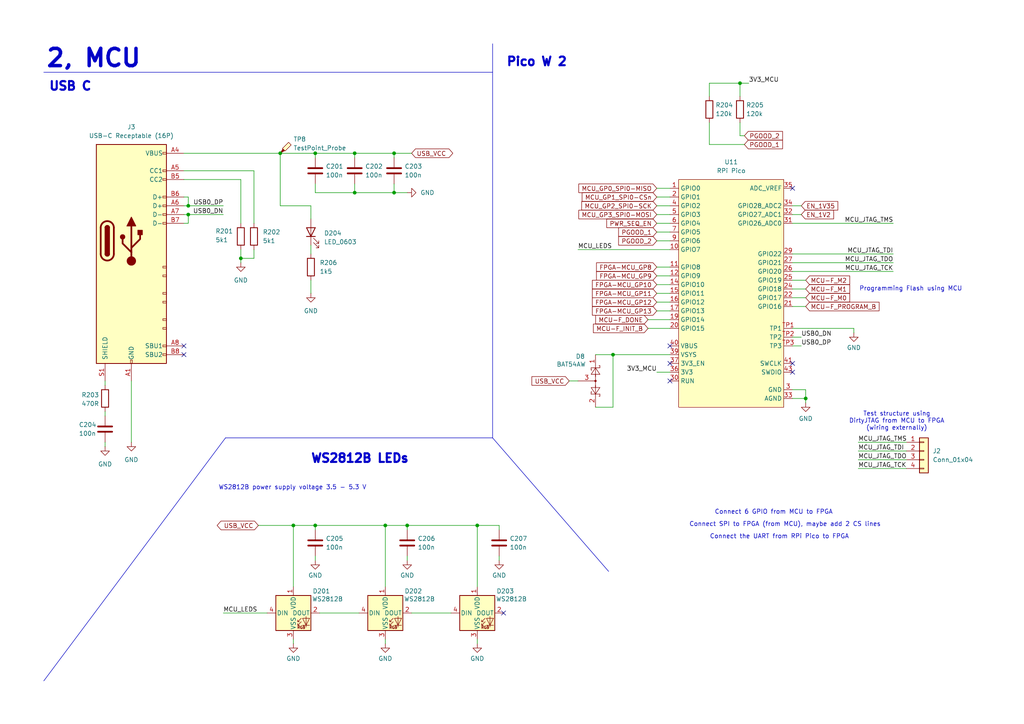
<source format=kicad_sch>
(kicad_sch (version 20250114) (generator "eeschema") (generator_version "9.0")
  (paper "A4")
  (lib_symbols
    (symbol "Connector:TestPoint_Probe" (pin_numbers (hide yes)) (pin_names (offset 0.762) (hide yes))
      (property "Reference" "TP" (at 1.651 5.842 0))
      (property "Value" "TestPoint_Probe" (at 1.651 4.064 0))
      (symbol "TestPoint_Probe_0_1"
        (polyline (pts (xy 1.27 0.762) (xy 0 0) (xy 0.762 1.27) (xy 1.27 0.762)) (fill (type outline)))
        (polyline (pts (xy 1.397 0.635) (xy 0.635 1.397) (xy 2.413 3.175) (xy 3.175 2.413) (xy 1.397 0.635)) (fill (type background)))
      )
      (symbol "TestPoint_Probe_1_1"
        (pin passive line (at 0 0 90) (length 0) (name "1") (number "1"))
      )
    )
    (symbol "Connector_Generic:Conn_01x04" (pin_names (offset 1.016) (hide yes))
      (property "Reference" "J" (at 0 5.08 0))
      (property "Value" "Conn_01x04" (at 0 -7.62 0))
      (symbol "Conn_01x04_1_1"
        (rectangle (start -1.27 3.81) (end 1.27 -6.35) (stroke (width 0.254)) (fill (type background)))
        (rectangle (start -1.27 2.667) (end 0 2.413) (stroke (width 0.1524)))
        (rectangle (start -1.27 0.127) (end 0 -0.127) (stroke (width 0.1524)))
        (rectangle (start -1.27 -2.413) (end 0 -2.667) (stroke (width 0.1524)))
        (rectangle (start -1.27 -4.953) (end 0 -5.207) (stroke (width 0.1524)))
        (pin passive line (at -5.08 2.54 0) (length 3.81) (name "Pin_1") (number "1"))
        (pin passive line (at -5.08 0 0) (length 3.81) (name "Pin_2") (number "2"))
        (pin passive line (at -5.08 -2.54 0) (length 3.81) (name "Pin_3") (number "3"))
        (pin passive line (at -5.08 -5.08 0) (length 3.81) (name "Pin_4") (number "4"))
      )
    )
    (symbol "Diode:BAT54AW" (pin_names (offset 1.016))
      (property "Reference" "D" (at 0.635 -3.81 0))
      (property "Value" "BAT54AW" (at -6.35 3.175 0))
      (symbol "BAT54AW_0_1"
        (polyline (pts (xy -4.445 1.27) (xy -4.445 1.016)))
        (polyline (pts (xy -3.81 1.27) (xy -4.445 1.27)))
        (polyline (pts (xy -3.81 0) (xy -1.27 0)))
        (polyline (pts (xy -3.81 -1.27) (xy -3.81 1.27)))
        (polyline (pts (xy -3.81 -1.27) (xy -3.175 -1.27)))
        (polyline (pts (xy -3.175 -1.27) (xy -3.175 -1.016)))
        (polyline (pts (xy -1.905 1.27) (xy -1.905 -1.27) (xy -3.81 0) (xy -1.905 1.27)))
        (polyline (pts (xy -1.905 0) (xy 1.905 0)))
        (circle (center 0 0) (radius 0.254) (fill (type outline)))
        (polyline (pts (xy 1.27 0) (xy 3.81 0)))
        (polyline (pts (xy 1.905 1.27) (xy 1.905 -1.27) (xy 3.81 0) (xy 1.905 1.27)))
        (polyline (pts (xy 3.175 -1.27) (xy 3.175 -1.016)))
        (polyline (pts (xy 3.81 1.27) (xy 4.445 1.27)))
        (polyline (pts (xy 3.81 -1.27) (xy 3.175 -1.27)))
        (polyline (pts (xy 3.81 -1.27) (xy 3.81 1.27)))
        (polyline (pts (xy 4.445 1.27) (xy 4.445 1.016)))
      )
      (symbol "BAT54AW_1_1"
        (pin passive line (at -7.62 0 0) (length 3.81) (name "~") (number "1"))
        (pin passive line (at 0 -5.08 90) (length 5.08) (name "~") (number "3"))
        (pin passive line (at 7.62 0 180) (length 3.81) (name "~") (number "2"))
      )
    )
    (symbol "LED:WS2812B" (pin_names (offset 0.254))
      (property "Reference" "D" (at 5.08 5.715 0))
      (property "Value" "WS2812B" (at 1.27 -5.715 0))
      (symbol "WS2812B_0_0"
        (text "RGB" (at 2.286 -4.191 0) (effects (font (size 0.762 0.762))))
      )
      (symbol "WS2812B_0_1"
        (polyline (pts (xy 1.27 -2.54) (xy 1.778 -2.54)))
        (polyline (pts (xy 1.27 -3.556) (xy 1.778 -3.556)))
        (polyline (pts (xy 2.286 -1.524) (xy 1.27 -2.54) (xy 1.27 -2.032)))
        (polyline (pts (xy 2.286 -2.54) (xy 1.27 -3.556) (xy 1.27 -3.048)))
        (polyline (pts (xy 3.683 -1.016) (xy 3.683 -3.556) (xy 3.683 -4.064)))
        (polyline (pts (xy 4.699 -1.524) (xy 2.667 -1.524) (xy 3.683 -3.556) (xy 4.699 -1.524)))
        (polyline (pts (xy 4.699 -3.556) (xy 2.667 -3.556)))
        (rectangle (start 5.08 5.08) (end -5.08 -5.08) (stroke (width 0.254)) (fill (type background)))
      )
      (symbol "WS2812B_1_1"
        (pin input line (at -7.62 0 0) (length 2.54) (name "DIN") (number "4"))
        (pin power_in line (at 0 7.62 270) (length 2.54) (name "VDD") (number "1"))
        (pin power_in line (at 0 -7.62 90) (length 2.54) (name "VSS") (number "3"))
        (pin output line (at 7.62 0 180) (length 2.54) (name "DOUT") (number "2"))
      )
    )
    (symbol "common_library:LED_0603" (pin_numbers (hide yes)) (pin_names (offset 1.016) (hide yes))
      (property "Reference" "D" (at 0 2.54 0))
      (property "Value" "LED_0603" (at 0 -2.54 0))
      (symbol "LED_0603_0_1"
        (polyline (pts (xy -3.048 -0.762) (xy -4.572 -2.286) (xy -3.81 -2.286) (xy -4.572 -2.286) (xy -4.572 -1.524)))
        (polyline (pts (xy -1.778 -0.762) (xy -3.302 -2.286) (xy -2.54 -2.286) (xy -3.302 -2.286) (xy -3.302 -1.524)))
        (polyline (pts (xy -1.27 0) (xy 1.27 0)))
        (polyline (pts (xy -1.27 -1.27) (xy -1.27 1.27)) (stroke (width 0.254)))
        (polyline (pts (xy 1.27 -1.27) (xy 1.27 1.27) (xy -1.27 0) (xy 1.27 -1.27)) (stroke (width 0.254)))
      )
      (symbol "LED_0603_1_1"
        (pin passive line (at -3.81 0 0) (length 2.54) (name "K") (number "1"))
        (pin passive line (at 3.81 0 180) (length 2.54) (name "A") (number "2"))
      )
    )
    (symbol "connectors:USB_C_16P" (pin_names (offset 1.016)) (exclude_from_sim yes)
      (property "Reference" "J" (at -10.16 29.21 0))
      (property "Value" "USB-C Receptable (16P)" (at 10.16 29.21 0))
      (symbol "USB_C_16P_0_0"
        (rectangle (start -0.254 -35.56) (end 0.254 -34.544))
        (rectangle (start 10.16 25.654) (end 9.144 25.146))
        (rectangle (start 10.16 20.574) (end 9.144 20.066))
        (rectangle (start 10.16 18.034) (end 9.144 17.526))
        (rectangle (start 10.16 12.954) (end 9.144 12.446))
        (rectangle (start 10.16 10.414) (end 9.144 9.906))
        (rectangle (start 10.16 7.874) (end 9.144 7.366))
        (rectangle (start 10.16 5.334) (end 9.144 4.826))
        (rectangle (start 10.16 -7.366) (end 9.144 -7.874))
        (rectangle (start 10.16 -9.906) (end 9.144 -10.414))
        (rectangle (start 10.16 -14.986) (end 9.144 -15.494))
        (rectangle (start 10.16 -17.526) (end 9.144 -18.034))
        (rectangle (start 10.16 -22.606) (end 9.144 -23.114))
        (rectangle (start 10.16 -25.146) (end 9.144 -25.654))
        (rectangle (start 10.16 -30.226) (end 9.144 -30.734))
        (rectangle (start 10.16 -32.766) (end 9.144 -33.274))
      )
      (symbol "USB_C_16P_0_1"
        (rectangle (start -10.16 27.94) (end 10.16 -35.56) (stroke (width 0.254)) (fill (type background)))
        (polyline (pts (xy -8.89 -3.81) (xy -8.89 3.81)) (stroke (width 0.508)))
        (rectangle (start -7.62 -3.81) (end -6.35 3.81) (stroke (width 0.254)) (fill (type outline)))
        (arc (start -7.62 3.81) (mid -6.985 4.4423) (end -6.35 3.81) (stroke (width 0.254)))
        (arc (start -7.62 3.81) (mid -6.985 4.4423) (end -6.35 3.81) (stroke (width 0.254)) (fill (type outline)))
        (arc (start -8.89 3.81) (mid -6.985 5.7067) (end -5.08 3.81) (stroke (width 0.508)))
        (arc (start -5.08 -3.81) (mid -6.985 -5.7067) (end -8.89 -3.81) (stroke (width 0.508)))
        (arc (start -6.35 -3.81) (mid -6.985 -4.4423) (end -7.62 -3.81) (stroke (width 0.254)))
        (arc (start -6.35 -3.81) (mid -6.985 -4.4423) (end -7.62 -3.81) (stroke (width 0.254)) (fill (type outline)))
        (polyline (pts (xy -5.08 3.81) (xy -5.08 -3.81)) (stroke (width 0.508)))
      )
      (symbol "USB_C_16P_1_1"
        (circle (center -2.54 1.143) (radius 0.635) (stroke (width 0.254)) (fill (type outline)))
        (polyline (pts (xy -1.27 4.318) (xy 0 6.858) (xy 1.27 4.318) (xy -1.27 4.318)) (stroke (width 0.254)) (fill (type outline)))
        (polyline (pts (xy 0 -2.032) (xy 2.54 0.508) (xy 2.54 1.778)) (stroke (width 0.508)))
        (polyline (pts (xy 0 -3.302) (xy -2.54 -0.762) (xy -2.54 0.508)) (stroke (width 0.508)))
        (polyline (pts (xy 0 -5.842) (xy 0 4.318)) (stroke (width 0.508)))
        (circle (center 0 -5.842) (radius 1.27) (fill (type outline)))
        (rectangle (start 1.905 1.778) (end 3.175 3.048) (stroke (width 0.254)) (fill (type outline)))
        (pin passive line (at -7.62 -40.64 90) (length 5.08) (name "SHIELD") (number "S1"))
        (pin passive line (at 0 -40.64 90) (length 5.08) (name "GND") (number "A1"))
        (pin passive line (at 0 -40.64 90) (length 5.08) (hide yes) (name "GND") (number "A12"))
        (pin passive line (at 0 -40.64 90) (length 5.08) (hide yes) (name "GND") (number "B1"))
        (pin passive line (at 0 -40.64 90) (length 5.08) (hide yes) (name "GND") (number "B12"))
        (pin passive line (at 15.24 25.4 180) (length 5.08) (name "VBUS") (number "A4"))
        (pin passive line (at 15.24 25.4 180) (length 5.08) (hide yes) (name "VBUS") (number "A9"))
        (pin passive line (at 15.24 25.4 180) (length 5.08) (hide yes) (name "VBUS") (number "B4"))
        (pin passive line (at 15.24 25.4 180) (length 5.08) (hide yes) (name "VBUS") (number "B9"))
        (pin bidirectional line (at 15.24 20.32 180) (length 5.08) (name "CC1") (number "A5"))
        (pin bidirectional line (at 15.24 17.78 180) (length 5.08) (name "CC2") (number "B5"))
        (pin bidirectional line (at 15.24 12.7 180) (length 5.08) (name "D+") (number "B6"))
        (pin bidirectional line (at 15.24 10.16 180) (length 5.08) (name "D+") (number "A6"))
        (pin bidirectional line (at 15.24 7.62 180) (length 5.08) (name "D-") (number "A7"))
        (pin bidirectional line (at 15.24 5.08 180) (length 5.08) (name "D-") (number "B7"))
        (pin bidirectional line (at 15.24 -30.48 180) (length 5.08) (name "SBU1") (number "A8"))
        (pin bidirectional line (at 15.24 -33.02 180) (length 5.08) (name "SBU2") (number "B8"))
      )
    )
    (symbol "mcu_pico_rp2040:Pico" (exclude_from_sim yes)
      (property "Reference" "U11" (at 0 31.75 0))
      (property "Value" "RPi Pico" (at 0 29.21 0))
      (symbol "Pico_0_1"
        (rectangle (start -15.24 26.67) (end 15.24 -39.37) (fill (type background)))
      )
      (symbol "Pico_1_1"
        (pin bidirectional line (at -17.78 24.13 0) (length 2.54) (name "GPIO0") (number "1"))
        (pin bidirectional line (at -17.78 21.59 0) (length 2.54) (name "GPIO1") (number "2"))
        (pin bidirectional line (at -17.78 19.05 0) (length 2.54) (name "GPIO2") (number "4"))
        (pin bidirectional line (at -17.78 16.51 0) (length 2.54) (name "GPIO3") (number "5"))
        (pin bidirectional line (at -17.78 13.97 0) (length 2.54) (name "GPIO4") (number "6"))
        (pin bidirectional line (at -17.78 11.43 0) (length 2.54) (name "GPIO5") (number "7"))
        (pin bidirectional line (at -17.78 8.89 0) (length 2.54) (name "GPIO6") (number "9"))
        (pin bidirectional line (at -17.78 6.35 0) (length 2.54) (name "GPIO7") (number "10"))
        (pin bidirectional line (at -17.78 1.27 0) (length 2.54) (name "GPIO8") (number "11"))
        (pin bidirectional line (at -17.78 -1.27 0) (length 2.54) (name "GPIO9") (number "12"))
        (pin bidirectional line (at -17.78 -3.81 0) (length 2.54) (name "GPIO10") (number "14"))
        (pin bidirectional line (at -17.78 -6.35 0) (length 2.54) (name "GPIO11") (number "15"))
        (pin bidirectional line (at -17.78 -8.89 0) (length 2.54) (name "GPIO12") (number "16"))
        (pin bidirectional line (at -17.78 -11.43 0) (length 2.54) (name "GPIO13") (number "17"))
        (pin bidirectional line (at -17.78 -13.97 0) (length 2.54) (name "GPIO14") (number "19"))
        (pin bidirectional line (at -17.78 -16.51 0) (length 2.54) (name "GPIO15") (number "20"))
        (pin power_in line (at -17.78 -21.59 0) (length 2.54) (name "VBUS") (number "40"))
        (pin power_in line (at -17.78 -24.13 0) (length 2.54) (name "VSYS") (number "39"))
        (pin input line (at -17.78 -26.67 0) (length 2.54) (name "3V3_EN") (number "37"))
        (pin power_in line (at -17.78 -29.21 0) (length 2.54) (name "3V3") (number "36"))
        (pin input line (at -17.78 -31.75 0) (length 2.54) (name "RUN") (number "30"))
        (pin input line (at 17.78 24.13 180) (length 2.54) (name "ADC_VREF") (number "35"))
        (pin bidirectional line (at 17.78 19.05 180) (length 2.54) (name "GPIO28_ADC2") (number "34"))
        (pin bidirectional line (at 17.78 16.51 180) (length 2.54) (name "GPIO27_ADC1") (number "32"))
        (pin bidirectional line (at 17.78 13.97 180) (length 2.54) (name "GPIO26_ADC0") (number "31"))
        (pin bidirectional line (at 17.78 5.08 180) (length 2.54) (name "GPIO22") (number "29"))
        (pin bidirectional line (at 17.78 2.54 180) (length 2.54) (name "GPIO21") (number "27"))
        (pin bidirectional line (at 17.78 0 180) (length 2.54) (name "GPIO20") (number "26"))
        (pin bidirectional line (at 17.78 -2.54 180) (length 2.54) (name "GPIO19") (number "25"))
        (pin bidirectional line (at 17.78 -5.08 180) (length 2.54) (name "GPIO18") (number "24"))
        (pin bidirectional line (at 17.78 -7.62 180) (length 2.54) (name "GPIO17") (number "22"))
        (pin bidirectional line (at 17.78 -10.16 180) (length 2.54) (name "GPIO16") (number "21"))
        (pin bidirectional line (at 17.78 -16.51 180) (length 2.54) (name "TP1") (number "TP1"))
        (pin bidirectional line (at 17.78 -19.05 180) (length 2.54) (name "TP2") (number "TP2"))
        (pin bidirectional line (at 17.78 -21.59 180) (length 2.54) (name "TP3") (number "TP3"))
        (pin input line (at 17.78 -26.67 180) (length 2.54) (name "SWCLK") (number "41"))
        (pin bidirectional line (at 17.78 -29.21 180) (length 2.54) (name "SWDIO") (number "43"))
        (pin passive line (at 17.78 -34.29 180) (length 2.54) (hide yes) (name "GND") (number "13"))
        (pin passive line (at 17.78 -34.29 180) (length 2.54) (hide yes) (name "GND") (number "18"))
        (pin passive line (at 17.78 -34.29 180) (length 2.54) (hide yes) (name "GND") (number "23"))
        (pin passive line (at 17.78 -34.29 180) (length 2.54) (hide yes) (name "GND") (number "28"))
        (pin passive line (at 17.78 -34.29 180) (length 2.54) (name "GND") (number "3"))
        (pin passive line (at 17.78 -34.29 180) (length 2.54) (hide yes) (name "GND") (number "38"))
        (pin passive line (at 17.78 -34.29 180) (length 2.54) (hide yes) (name "GND") (number "42"))
        (pin passive line (at 17.78 -34.29 180) (length 2.54) (hide yes) (name "GND") (number "8"))
        (pin passive line (at 17.78 -36.83 180) (length 2.54) (name "AGND") (number "33"))
      )
    )
    (symbol "passive:C0402" (pin_numbers (hide yes)) (pin_names (offset 0.254))
      (property "Reference" "C" (at 0.635 2.54 0))
      (property "Value" "C0402" (at 0.635 -2.54 0))
      (symbol "C0402_0_1"
        (polyline (pts (xy -2.032 0.762) (xy 2.032 0.762)) (stroke (width 0.508)))
        (polyline (pts (xy -2.032 -0.762) (xy 2.032 -0.762)) (stroke (width 0.508)))
      )
      (symbol "C0402_1_1"
        (pin passive line (at 0 3.81 270) (length 2.794) (name "~") (number "1"))
        (pin passive line (at 0 -3.81 90) (length 2.794) (name "~") (number "2"))
      )
    )
    (symbol "passive:R0402" (pin_numbers (hide yes)) (pin_names (offset 0))
      (property "Reference" "R" (at 2.032 0 90))
      (property "Value" "R" (at 0 0 90))
      (symbol "R0402_0_1"
        (rectangle (start -1.016 -2.54) (end 1.016 2.54) (stroke (width 0.254)))
      )
      (symbol "R0402_1_1"
        (pin passive line (at 0 3.81 270) (length 1.27) (name "~") (number "1"))
        (pin passive line (at 0 -3.81 90) (length 1.27) (name "~") (number "2"))
      )
    )
    (symbol "power:GND" (power) (pin_numbers (hide yes)) (pin_names (offset 0) (hide yes))
      (property "Value" "GND" (at 0 -3.81 0))
      (symbol "GND_0_1"
        (polyline (pts (xy 0 0) (xy 0 -1.27) (xy 1.27 -1.27) (xy 0 -2.54) (xy -1.27 -1.27) (xy 0 -1.27)))
      )
      (symbol "GND_1_1"
        (pin power_in line (at 0 0 270) (length 0) (name "~") (number "1"))
      )
    )
  )
  (text "Test structure using\nDirtyJTAG from MCU to FPGA\n(wiring externally)" (at 260.096 122.174 0) (effects (font (size 1.27 1.27))))
  (text "Connect SPI to FPGA (from MCU), maybe add 2 CS lines" (at 199.898 152.146 0) (effects (font (size 1.27 1.27)) (justify left)))
  (text "Connect the UART from RPi Pico to FPGA" (at 226.06 155.702 0) (effects (font (size 1.27 1.27))))
  (text "2, MCU" (at 27.178 17.018 0) (effects (font (size 5 5) (thickness 1) (bold yes))))
  (text "WS2812B LEDs" (at 104.394 133.096 0) (effects (font (size 2.5 2.5) (thickness 0.6) (bold yes))))
  (text "Programming Flash using MCU" (at 264.16 83.82 0) (effects (font (size 1.27 1.27))))
  (text "USB C " (at 21.336 25.146 0) (effects (font (size 2.5 2.5) (thickness 0.6) (bold yes))))
  (text "Connect 6 GPIO from MCU to FPGA" (at 207.264 148.59 0) (effects (font (size 1.27 1.27)) (justify left)))
  (text "WS2812B power supply voltage 3.5 - 5.3 V" (at 84.836 141.478 0) (effects (font (size 1.27 1.27))))
  (text "Pico W 2" (at 155.702 18.034 0) (effects (font (size 2.5 2.5) (thickness 0.6) (bold yes))))
  (junction (at 177.8 102.87))
  (junction (at 102.87 55.88))
  (junction (at 118.11 152.4))
  (junction (at 114.3 44.45))
  (junction (at 102.87 44.45))
  (junction (at 91.44 44.45))
  (junction (at 54.61 62.23))
  (junction (at 85.09 152.4))
  (junction (at 214.63 24.13))
  (junction (at 54.61 59.69))
  (junction (at 114.3 55.88))
  (junction (at 91.44 152.4))
  (junction (at 81.28 44.45))
  (junction (at 233.68 115.57))
  (junction (at 111.76 152.4))
  (junction (at 69.85 74.93))
  (junction (at 138.43 152.4))
  (no_connect (at 194.31 105.41))
  (no_connect (at 53.34 100.33))
  (no_connect (at 229.87 107.95))
  (no_connect (at 194.31 110.49))
  (no_connect (at 194.31 100.33))
  (no_connect (at 229.87 54.61))
  (no_connect (at 53.34 102.87))
  (no_connect (at 229.87 105.41))
  (no_connect (at 146.05 177.8))
  (wire (pts (xy 30.48 119.38) (xy 30.48 120.65)))
  (wire (pts (xy 190.5 85.09) (xy 194.31 85.09)))
  (wire (pts (xy 177.8 102.87) (xy 194.31 102.87)))
  (wire (pts (xy 38.1 110.49) (xy 38.1 128.27)))
  (wire (pts (xy 229.87 78.74) (xy 259.08 78.74)))
  (wire (pts (xy 118.11 152.4) (xy 118.11 153.67)))
  (wire (pts (xy 90.17 59.69) (xy 81.28 59.69)))
  (wire (pts (xy 54.61 62.23) (xy 64.77 62.23)))
  (wire (pts (xy 118.11 152.4) (xy 138.43 152.4)))
  (wire (pts (xy 30.48 129.54) (xy 30.48 128.27)))
  (wire (pts (xy 69.85 74.93) (xy 73.66 74.93)))
  (wire (pts (xy 248.92 135.89) (xy 262.89 135.89)))
  (wire (pts (xy 81.28 44.45) (xy 91.44 44.45)))
  (wire (pts (xy 190.5 62.23) (xy 194.31 62.23)))
  (wire (pts (xy 64.77 177.8) (xy 77.47 177.8)))
  (wire (pts (xy 248.92 130.81) (xy 262.89 130.81)))
  (wire (pts (xy 144.78 152.4) (xy 144.78 153.67)))
  (wire (pts (xy 229.87 83.82) (xy 233.68 83.82)))
  (wire (pts (xy 229.87 113.03) (xy 233.68 113.03)))
  (wire (pts (xy 73.66 72.39) (xy 73.66 74.93)))
  (polyline (pts (xy 65.405 127) (xy 142.875 127)))
  (wire (pts (xy 91.44 152.4) (xy 91.44 153.67)))
  (wire (pts (xy 53.34 62.23) (xy 54.61 62.23)))
  (wire (pts (xy 74.93 152.4) (xy 85.09 152.4)))
  (wire (pts (xy 187.96 95.25) (xy 194.31 95.25)))
  (wire (pts (xy 102.87 55.88) (xy 114.3 55.88)))
  (wire (pts (xy 190.5 107.95) (xy 194.31 107.95)))
  (wire (pts (xy 190.5 90.17) (xy 194.31 90.17)))
  (wire (pts (xy 177.8 102.87) (xy 172.72 102.87)))
  (wire (pts (xy 233.68 115.57) (xy 233.68 116.84)))
  (wire (pts (xy 53.34 49.53) (xy 73.66 49.53)))
  (wire (pts (xy 229.87 59.69) (xy 232.41 59.69)))
  (wire (pts (xy 144.78 162.56) (xy 144.78 161.29)))
  (wire (pts (xy 205.74 24.13) (xy 205.74 27.94)))
  (wire (pts (xy 30.48 110.49) (xy 30.48 111.76)))
  (wire (pts (xy 102.87 55.88) (xy 102.87 53.34)))
  (wire (pts (xy 91.44 162.56) (xy 91.44 161.29)))
  (wire (pts (xy 90.17 71.12) (xy 90.17 73.66)))
  (wire (pts (xy 54.61 59.69) (xy 64.77 59.69)))
  (wire (pts (xy 229.87 64.77) (xy 259.08 64.77)))
  (wire (pts (xy 167.64 72.39) (xy 194.31 72.39)))
  (wire (pts (xy 138.43 152.4) (xy 144.78 152.4)))
  (wire (pts (xy 53.34 57.15) (xy 54.61 57.15)))
  (wire (pts (xy 69.85 76.2) (xy 69.85 74.93)))
  (wire (pts (xy 190.5 80.01) (xy 194.31 80.01)))
  (wire (pts (xy 229.87 97.79) (xy 232.41 97.79)))
  (wire (pts (xy 114.3 55.88) (xy 114.3 53.34)))
  (wire (pts (xy 54.61 62.23) (xy 54.61 64.77)))
  (wire (pts (xy 172.72 118.11) (xy 177.8 118.11)))
  (wire (pts (xy 91.44 44.45) (xy 91.44 45.72)))
  (wire (pts (xy 229.87 86.36) (xy 233.68 86.36)))
  (wire (pts (xy 190.5 69.85) (xy 194.31 69.85)))
  (wire (pts (xy 53.34 64.77) (xy 54.61 64.77)))
  (polyline (pts (xy 142.875 127) (xy 176.53 165.735)))
  (wire (pts (xy 114.3 44.45) (xy 119.38 44.45)))
  (wire (pts (xy 247.65 95.25) (xy 229.87 95.25)))
  (wire (pts (xy 217.17 24.13) (xy 214.63 24.13)))
  (wire (pts (xy 229.87 76.2) (xy 259.08 76.2)))
  (wire (pts (xy 81.28 59.69) (xy 81.28 44.45)))
  (wire (pts (xy 111.76 170.18) (xy 111.76 152.4)))
  (wire (pts (xy 91.44 55.88) (xy 102.87 55.88)))
  (wire (pts (xy 90.17 59.69) (xy 90.17 63.5)))
  (wire (pts (xy 187.96 92.71) (xy 194.31 92.71)))
  (wire (pts (xy 229.87 100.33) (xy 232.41 100.33)))
  (wire (pts (xy 165.1 110.49) (xy 167.64 110.49)))
  (wire (pts (xy 53.34 44.45) (xy 81.28 44.45)))
  (wire (pts (xy 190.5 54.61) (xy 194.31 54.61)))
  (wire (pts (xy 85.09 185.42) (xy 85.09 186.69)))
  (wire (pts (xy 190.5 87.63) (xy 194.31 87.63)))
  (polyline (pts (xy 12.7 20.955) (xy 142.875 20.955)))
  (wire (pts (xy 190.5 67.31) (xy 194.31 67.31)))
  (wire (pts (xy 114.3 55.88) (xy 118.11 55.88)))
  (wire (pts (xy 248.92 133.35) (xy 262.89 133.35)))
  (wire (pts (xy 194.31 64.77) (xy 190.5 64.77)))
  (wire (pts (xy 229.87 88.9) (xy 233.68 88.9)))
  (wire (pts (xy 215.9 39.37) (xy 214.63 39.37)))
  (wire (pts (xy 190.5 59.69) (xy 194.31 59.69)))
  (wire (pts (xy 214.63 24.13) (xy 205.74 24.13)))
  (wire (pts (xy 69.85 52.07) (xy 69.85 64.77)))
  (wire (pts (xy 247.65 96.52) (xy 247.65 95.25)))
  (wire (pts (xy 190.5 57.15) (xy 194.31 57.15)))
  (wire (pts (xy 69.85 72.39) (xy 69.85 74.93)))
  (wire (pts (xy 229.87 73.66) (xy 259.08 73.66)))
  (wire (pts (xy 91.44 44.45) (xy 102.87 44.45)))
  (wire (pts (xy 92.71 177.8) (xy 104.14 177.8)))
  (wire (pts (xy 53.34 52.07) (xy 69.85 52.07)))
  (wire (pts (xy 233.68 113.03) (xy 233.68 115.57)))
  (wire (pts (xy 111.76 185.42) (xy 111.76 186.69)))
  (wire (pts (xy 85.09 152.4) (xy 85.09 170.18)))
  (wire (pts (xy 177.8 118.11) (xy 177.8 102.87)))
  (wire (pts (xy 214.63 35.56) (xy 214.63 39.37)))
  (wire (pts (xy 118.11 162.56) (xy 118.11 161.29)))
  (wire (pts (xy 85.09 152.4) (xy 91.44 152.4)))
  (wire (pts (xy 190.5 82.55) (xy 194.31 82.55)))
  (wire (pts (xy 229.87 115.57) (xy 233.68 115.57)))
  (wire (pts (xy 91.44 152.4) (xy 111.76 152.4)))
  (wire (pts (xy 114.3 44.45) (xy 114.3 45.72)))
  (wire (pts (xy 190.5 77.47) (xy 194.31 77.47)))
  (wire (pts (xy 73.66 49.53) (xy 73.66 64.77)))
  (wire (pts (xy 138.43 185.42) (xy 138.43 186.69)))
  (wire (pts (xy 54.61 59.69) (xy 54.61 57.15)))
  (wire (pts (xy 102.87 44.45) (xy 114.3 44.45)))
  (wire (pts (xy 90.17 81.28) (xy 90.17 85.09)))
  (wire (pts (xy 53.34 59.69) (xy 54.61 59.69)))
  (wire (pts (xy 205.74 35.56) (xy 205.74 41.91)))
  (wire (pts (xy 205.74 41.91) (xy 215.9 41.91)))
  (polyline (pts (xy 142.875 127) (xy 142.875 12.7)))
  (wire (pts (xy 229.87 81.28) (xy 233.68 81.28)))
  (wire (pts (xy 119.38 177.8) (xy 130.81 177.8)))
  (wire (pts (xy 229.87 62.23) (xy 232.41 62.23)))
  (wire (pts (xy 248.92 128.27) (xy 262.89 128.27)))
  (wire (pts (xy 102.87 44.45) (xy 102.87 45.72)))
  (wire (pts (xy 214.63 24.13) (xy 214.63 27.94)))
  (wire (pts (xy 138.43 170.18) (xy 138.43 152.4)))
  (polyline (pts (xy 65.405 127) (xy 12.7 197.485)))
  (wire (pts (xy 111.76 152.4) (xy 118.11 152.4)))
  (wire (pts (xy 91.44 53.34) (xy 91.44 55.88)))
  (label "USB0_DN" (at 232.41 97.79 0))
  (label "3V3_MCU" (at 190.5 107.95 180))
  (label "MCU_JTAG_TMS" (at 248.92 128.27 0))
  (label "MCU_LEDS" (at 167.64 72.39 0))
  (label "MCU_JTAG_TMS" (at 259.08 64.77 180))
  (label "MCU_JTAG_TCK" (at 248.92 135.89 0))
  (label "USB0_DN" (at 64.77 62.23 180))
  (label "USB0_DP" (at 64.77 59.69 180))
  (label "MCU_JTAG_TDO" (at 248.92 133.35 0))
  (label "MCU_JTAG_TCK" (at 259.08 78.74 180))
  (label "USB0_DP" (at 232.41 100.33 0))
  (label "3V3_MCU" (at 217.17 24.13 0))
  (label "MCU_LEDS" (at 64.77 177.8 0))
  (label "MCU_JTAG_TDI" (at 248.92 130.81 0))
  (label "MCU_JTAG_TDI" (at 259.08 73.66 180))
  (label "MCU_JTAG_TDO" (at 259.08 76.2 180))
  (global_label "PGOOD_1" (shape input) (at 190.5 67.31 180) (property "Intersheetrefs" "${INTERSHEET_REFS}" (effects (hide yes))))
  (global_label "FPGA-MCU_GP9" (shape input) (at 190.5 80.01 180) (property "Intersheetrefs" "${INTERSHEET_REFS}" (effects (hide yes))))
  (global_label "FPGA-MCU_GP10" (shape input) (at 190.5 82.55 180) (property "Intersheetrefs" "${INTERSHEET_REFS}" (effects (hide yes))))
  (global_label "EN_1V35" (shape input) (at 232.41 59.69 0) (property "Intersheetrefs" "${INTERSHEET_REFS}" (effects (hide yes))))
  (global_label "PGOOD_2" (shape input) (at 215.9 39.37 0) (property "Intersheetrefs" "${INTERSHEET_REFS}" (effects (hide yes))))
  (global_label "PGOOD_2" (shape input) (at 190.5 69.85 180) (property "Intersheetrefs" "${INTERSHEET_REFS}" (effects (hide yes))))
  (global_label "FPGA-MCU_GP8" (shape input) (at 190.5 77.47 180) (property "Intersheetrefs" "${INTERSHEET_REFS}" (effects (hide yes))))
  (global_label "MCU-F_DONE" (shape input) (at 187.96 92.71 180) (property "Intersheetrefs" "${INTERSHEET_REFS}" (effects (hide yes))))
  (global_label "MCU_GP0_SPI0-MISO" (shape input) (at 190.5 54.61 180) (property "Intersheetrefs" "${INTERSHEET_REFS}" (effects (hide yes))))
  (global_label "MCU-F_M2" (shape input) (at 233.68 81.28 0) (property "Intersheetrefs" "${INTERSHEET_REFS}" (effects (hide yes))))
  (global_label "USB_VCC" (shape input) (at 165.1 110.49 180) (property "Intersheetrefs" "${INTERSHEET_REFS}" (effects (hide yes))))
  (global_label "PWR_SEQ_EN" (shape input) (at 190.5 64.77 180) (property "Intersheetrefs" "${INTERSHEET_REFS}" (effects (hide yes))))
  (global_label "MCU-F_M1" (shape input) (at 233.68 83.82 0) (property "Intersheetrefs" "${INTERSHEET_REFS}" (effects (hide yes))))
  (global_label "MCU_GP3_SPI0-MOSI" (shape input) (at 190.5 62.23 180) (property "Intersheetrefs" "${INTERSHEET_REFS}" (effects (hide yes))))
  (global_label "MCU-F_INIT_B" (shape input) (at 187.96 95.25 180) (property "Intersheetrefs" "${INTERSHEET_REFS}" (effects (hide yes))))
  (global_label "FPGA-MCU_GP11" (shape input) (at 190.5 85.09 180) (property "Intersheetrefs" "${INTERSHEET_REFS}" (effects (hide yes))))
  (global_label "FPGA-MCU_GP12" (shape input) (at 190.5 87.63 180) (property "Intersheetrefs" "${INTERSHEET_REFS}" (effects (hide yes))))
  (global_label "MCU_GP2_SPI0-SCK" (shape input) (at 190.5 59.69 180) (property "Intersheetrefs" "${INTERSHEET_REFS}" (effects (hide yes))))
  (global_label "FPGA-MCU_GP13" (shape input) (at 190.5 90.17 180) (property "Intersheetrefs" "${INTERSHEET_REFS}" (effects (hide yes))))
  (global_label "USB_VCC" (shape bidirectional) (at 119.38 44.45 0) (property "Intersheetrefs" "${INTERSHEET_REFS}" (effects (hide yes))))
  (global_label "MCU-F_M0" (shape input) (at 233.68 86.36 0) (property "Intersheetrefs" "${INTERSHEET_REFS}" (effects (hide yes))))
  (global_label "MCU_GP1_SPI0-CSn" (shape input) (at 190.5 57.15 180) (property "Intersheetrefs" "${INTERSHEET_REFS}" (effects (hide yes))))
  (global_label "MCU-F_PROGRAM_B" (shape input) (at 233.68 88.9 0) (property "Intersheetrefs" "${INTERSHEET_REFS}" (effects (hide yes))))
  (global_label "PGOOD_1" (shape input) (at 215.9 41.91 0) (property "Intersheetrefs" "${INTERSHEET_REFS}" (effects (hide yes))))
  (global_label "EN_1V2" (shape input) (at 232.41 62.23 0) (property "Intersheetrefs" "${INTERSHEET_REFS}" (effects (hide yes))))
  (global_label "USB_VCC" (shape bidirectional) (at 74.93 152.4 180) (property "Intersheetrefs" "${INTERSHEET_REFS}" (effects (hide yes))))
  (symbol (lib_id "passive:C0402") (at 91.44 49.53 0) (unit 1)
    (property "Reference" "C201" (at 94.488 48.26 0) (effects (justify left)))
    (property "Value" "100n" (at 94.488 50.8 0) (effects (justify left)))
    (property "Footprint" "Capacitor_SMD:C_0402_1005Metric" (effects (hide yes)))
    (property "Description" "Unpolarized capacitor" (effects (hide yes)))
  )
  (symbol (lib_id "passive:R0402") (at 90.17 77.47 0) (unit 1)
    (property "Reference" "R206" (at 92.71 76.1999 0) (effects (justify left)))
    (property "Value" "1k5" (at 92.71 78.7399 0) (effects (justify left)))
    (property "Footprint" "Resistor_SMD:R_0402_1005Metric" (effects (hide yes)))
    (property "Description" "Resistor" (effects (hide yes)))
  )
  (symbol (lib_id "power:GND") (at 144.78 162.56 0) (unit 1)
    (property "Reference" "#PWR033" (effects (hide yes)))
    (property "Value" "GND" (at 144.78 166.878 0))
    (property "Description" "Power symbol creates a global label with name \"GND\" , ground" (effects (hide yes)))
  )
  (symbol (lib_id "LED:WS2812B") (at 138.43 177.8 0) (unit 1)
    (property "Reference" "D203" (at 146.558 171.45 0))
    (property "Value" "WS2812B" (at 148.336 173.736 0))
    (property "Footprint" "LED_SMD:LED_WS2812B_PLCC4_5.0x5.0mm_P3.2mm" (effects (hide yes)))
    (property "Datasheet" "https://cdn-shop.adafruit.com/datasheets/WS2812B.pdf" (effects (hide yes)))
    (property "Description" "RGB LED with integrated controller" (effects (hide yes)))
  )
  (symbol (lib_id "power:GND") (at 38.1 128.27 0) (unit 1)
    (property "Reference" "#PWR03" (effects (hide yes)))
    (property "Value" "GND" (at 38.1 133.35 0))
    (property "Description" "Power symbol creates a global label with name \"GND\" , ground" (effects (hide yes)))
  )
  (symbol (lib_id "Diode:BAT54AW") (at 172.72 110.49 270) (unit 1)
    (property "Reference" "D8" (at 169.672 103.378 90) (effects (justify right)))
    (property "Value" "BAT54AW" (at 169.926 105.664 90) (effects (justify right)))
    (property "Footprint" "Package_TO_SOT_SMD:SOT-323_SC-70" (effects (hide yes)))
    (property "Datasheet" "https://assets.nexperia.com/documents/data-sheet/BAT54W_SER.pdf" (effects (hide yes)))
    (property "Description" "Dual schottky barrier diode, common anode, SOT-323" (effects (hide yes)))
  )
  (symbol (lib_id "passive:C0402") (at 114.3 49.53 0) (unit 1)
    (property "Reference" "C203" (at 117.348 48.26 0) (effects (justify left)))
    (property "Value" "100n" (at 117.348 50.8 0) (effects (justify left)))
    (property "Footprint" "Capacitor_SMD:C_0402_1005Metric" (effects (hide yes)))
    (property "Description" "Unpolarized capacitor" (effects (hide yes)))
  )
  (symbol (lib_id "Connector:TestPoint_Probe") (at 81.28 44.45 0) (unit 1) (in_bom no)
    (property "Reference" "TP8" (at 85.09 40.386 0) (effects (justify left)))
    (property "Value" "TestPoint_Probe" (at 85.09 42.926 0) (effects (justify left)))
    (property "Footprint" "TestPoint:TestPoint_Pad_1.0x1.0mm" (effects (hide yes)))
    (property "Description" "test point (alternative probe-style design)" (effects (hide yes)))
  )
  (symbol (lib_id "passive:R0402") (at 69.85 68.58 0) (unit 1)
    (property "Reference" "R201" (at 62.484 67.056 0) (effects (justify left)))
    (property "Value" "5k1" (at 62.484 69.596 0) (effects (justify left)))
    (property "Footprint" "Resistor_SMD:R_0402_1005Metric" (effects (hide yes)))
    (property "Description" "Resistor" (effects (hide yes)))
  )
  (symbol (lib_id "power:GND") (at 118.11 162.56 0) (unit 1)
    (property "Reference" "#PWR032" (effects (hide yes)))
    (property "Value" "GND" (at 118.11 166.878 0))
    (property "Description" "Power symbol creates a global label with name \"GND\" , ground" (effects (hide yes)))
  )
  (symbol (lib_id "Connector_Generic:Conn_01x04") (at 267.97 130.81 0) (unit 1)
    (property "Reference" "J2" (at 270.51 130.8099 0) (effects (justify left)))
    (property "Value" "Conn_01x04" (at 270.51 133.3499 0) (effects (justify left)))
    (property "Footprint" "Connector_PinHeader_2.54mm:PinHeader_1x04_P2.54mm_Vertical" (effects (hide yes)))
    (property "Description" "Generic connector, single row, 01x04, script generated (kicad-library-utils/schlib/autogen/connector/)" (effects (hide yes)))
  )
  (symbol (lib_id "mcu_pico_rp2040:Pico") (at 212.09 78.74 0) (unit 1) (exclude_from_sim yes)
    (property "Reference" "U11" (at 212.09 46.99 0))
    (property "Value" "RPi Pico" (at 212.09 49.53 0))
    (property "Footprint" "mcu_pico_rp2040:RPi_Pico_SMD_TH_wUSB_TP" (effects (hide yes)))
    (property "Datasheet" "https://www.raspberrypi.com/documentation/microcontrollers/raspberry-pi-pico.html" (effects (hide yes)))
    (property "Description" "MCU RPi Pico (W)" (effects (hide yes)))
  )
  (symbol (lib_id "passive:C0402") (at 30.48 124.46 0) (unit 1)
    (property "Reference" "C204" (at 22.86 123.19 0) (effects (justify left)))
    (property "Value" "100n" (at 22.86 125.73 0) (effects (justify left)))
    (property "Footprint" "Capacitor_SMD:C_0402_1005Metric" (effects (hide yes)))
    (property "Description" "Unpolarized capacitor" (effects (hide yes)))
  )
  (symbol (lib_id "LED:WS2812B") (at 111.76 177.8 0) (unit 1)
    (property "Reference" "D202" (at 119.888 171.45 0))
    (property "Value" "WS2812B" (at 121.666 173.736 0))
    (property "Footprint" "LED_SMD:LED_WS2812B_PLCC4_5.0x5.0mm_P3.2mm" (effects (hide yes)))
    (property "Datasheet" "https://cdn-shop.adafruit.com/datasheets/WS2812B.pdf" (effects (hide yes)))
    (property "Description" "RGB LED with integrated controller" (effects (hide yes)))
  )
  (symbol (lib_id "power:GND") (at 118.11 55.88 90) (unit 1)
    (property "Reference" "#PWR04" (effects (hide yes)))
    (property "Value" "GND" (at 121.92 55.8799 90) (effects (justify right)))
    (property "Description" "Power symbol creates a global label with name \"GND\" , ground" (effects (hide yes)))
  )
  (symbol (lib_id "connectors:USB_C_16P") (at 38.1 69.85 0) (unit 1) (exclude_from_sim yes)
    (property "Reference" "J3" (at 38.1 36.83 0))
    (property "Value" "USB-C Receptable (16P)" (at 38.1 39.37 0))
    (property "Footprint" "connectors:USB_C_Receptacle_16P" (effects (hide yes)))
    (property "Datasheet" "https://www.usb.org/sites/default/files/documents/usb_type-c.zip" (effects (hide yes)))
    (property "Description" "USB Full-Featured Type-C Receptacle connector" (effects (hide yes)))
  )
  (symbol (lib_id "power:GND") (at 91.44 162.56 0) (unit 1)
    (property "Reference" "#PWR016" (effects (hide yes)))
    (property "Value" "GND" (at 91.44 166.878 0))
    (property "Description" "Power symbol creates a global label with name \"GND\" , ground" (effects (hide yes)))
  )
  (symbol (lib_id "power:GND") (at 30.48 129.54 0) (unit 1)
    (property "Reference" "#PWR02" (effects (hide yes)))
    (property "Value" "GND" (at 30.48 134.62 0))
    (property "Description" "Power symbol creates a global label with name \"GND\" , ground" (effects (hide yes)))
  )
  (symbol (lib_id "passive:R0402") (at 73.66 68.58 0) (unit 1)
    (property "Reference" "R202" (at 76.2 67.3099 0) (effects (justify left)))
    (property "Value" "5k1" (at 76.2 69.8499 0) (effects (justify left)))
    (property "Footprint" "Resistor_SMD:R_0402_1005Metric" (effects (hide yes)))
    (property "Description" "Resistor" (effects (hide yes)))
  )
  (symbol (lib_id "passive:C0402") (at 91.44 157.48 0) (unit 1)
    (property "Reference" "C205" (at 94.488 156.21 0) (effects (justify left)))
    (property "Value" "100n" (at 94.488 158.75 0) (effects (justify left)))
    (property "Footprint" "Capacitor_SMD:C_0402_1005Metric" (effects (hide yes)))
    (property "Description" "Unpolarized capacitor" (effects (hide yes)))
  )
  (symbol (lib_id "common_library:LED_0603") (at 90.17 67.31 90) (unit 1)
    (property "Reference" "D204" (at 93.98 67.6274 90) (effects (justify right)))
    (property "Value" "LED_0603" (at 93.98 70.1674 90) (effects (justify right)))
    (property "Footprint" "LED_SMD:LED_0603_1608Metric" (effects (hide yes)))
    (property "Description" "Light emitting diode" (effects (hide yes)))
  )
  (symbol (lib_id "power:GND") (at 111.76 186.69 0) (unit 1)
    (property "Reference" "#PWR035" (effects (hide yes)))
    (property "Value" "GND" (at 111.76 191.008 0))
    (property "Description" "Power symbol creates a global label with name \"GND\" , ground" (effects (hide yes)))
  )
  (symbol (lib_id "power:GND") (at 90.17 85.09 0) (unit 1)
    (property "Reference" "#PWR053" (effects (hide yes)))
    (property "Value" "GND" (at 90.17 90.17 0))
    (property "Description" "Power symbol creates a global label with name \"GND\" , ground" (effects (hide yes)))
  )
  (symbol (lib_id "power:GND") (at 138.43 186.69 0) (unit 1)
    (property "Reference" "#PWR036" (effects (hide yes)))
    (property "Value" "GND" (at 138.43 191.008 0))
    (property "Description" "Power symbol creates a global label with name \"GND\" , ground" (effects (hide yes)))
  )
  (symbol (lib_id "passive:C0402") (at 144.78 157.48 0) (unit 1)
    (property "Reference" "C207" (at 147.828 156.21 0) (effects (justify left)))
    (property "Value" "100n" (at 147.828 158.75 0) (effects (justify left)))
    (property "Footprint" "Capacitor_SMD:C_0402_1005Metric" (effects (hide yes)))
    (property "Description" "Unpolarized capacitor" (effects (hide yes)))
  )
  (symbol (lib_id "power:GND") (at 247.65 96.52 0) (unit 1)
    (property "Reference" "#PWR044" (effects (hide yes)))
    (property "Value" "GND" (at 247.65 100.838 0))
    (property "Description" "Power symbol creates a global label with name \"GND\" , ground" (effects (hide yes)))
  )
  (symbol (lib_id "power:GND") (at 69.85 76.2 0) (unit 1)
    (property "Reference" "#PWR01" (effects (hide yes)))
    (property "Value" "GND" (at 69.85 81.28 0))
    (property "Description" "Power symbol creates a global label with name \"GND\" , ground" (effects (hide yes)))
  )
  (symbol (lib_id "power:GND") (at 85.09 186.69 0) (unit 1)
    (property "Reference" "#PWR034" (effects (hide yes)))
    (property "Value" "GND" (at 85.09 191.008 0))
    (property "Description" "Power symbol creates a global label with name \"GND\" , ground" (effects (hide yes)))
  )
  (symbol (lib_id "passive:C0402") (at 118.11 157.48 0) (unit 1)
    (property "Reference" "C206" (at 121.158 156.21 0) (effects (justify left)))
    (property "Value" "100n" (at 121.158 158.75 0) (effects (justify left)))
    (property "Footprint" "Capacitor_SMD:C_0402_1005Metric" (effects (hide yes)))
    (property "Description" "Unpolarized capacitor" (effects (hide yes)))
  )
  (symbol (lib_id "passive:R0402") (at 30.48 115.57 0) (unit 1)
    (property "Reference" "R203" (at 23.622 114.554 0) (effects (justify left)))
    (property "Value" "470R" (at 23.622 117.094 0) (effects (justify left)))
    (property "Footprint" "Resistor_SMD:R_0402_1005Metric" (effects (hide yes)))
    (property "Description" "Resistor" (effects (hide yes)))
  )
  (symbol (lib_id "passive:R0402") (at 205.74 31.75 0) (unit 1)
    (property "Reference" "R204" (at 207.518 30.48 0) (effects (justify left)))
    (property "Value" "120k" (at 207.518 33.02 0) (effects (justify left)))
    (property "Footprint" "Resistor_SMD:R_0402_1005Metric" (effects (hide yes)))
    (property "Description" "Resistor" (effects (hide yes)))
  )
  (symbol (lib_id "passive:C0402") (at 102.87 49.53 0) (unit 1)
    (property "Reference" "C202" (at 105.918 48.26 0) (effects (justify left)))
    (property "Value" "100n" (at 105.918 50.8 0) (effects (justify left)))
    (property "Footprint" "Capacitor_SMD:C_0402_1005Metric" (effects (hide yes)))
    (property "Description" "Unpolarized capacitor" (effects (hide yes)))
  )
  (symbol (lib_id "passive:R0402") (at 214.63 31.75 0) (unit 1)
    (property "Reference" "R205" (at 216.408 30.48 0) (effects (justify left)))
    (property "Value" "120k" (at 216.408 33.02 0) (effects (justify left)))
    (property "Footprint" "Resistor_SMD:R_0402_1005Metric" (effects (hide yes)))
    (property "Description" "Resistor" (effects (hide yes)))
  )
  (symbol (lib_id "power:GND") (at 233.68 116.84 0) (unit 1)
    (property "Reference" "#PWR045" (effects (hide yes)))
    (property "Value" "GND" (at 233.68 121.412 0))
    (property "Description" "Power symbol creates a global label with name \"GND\" , ground" (effects (hide yes)))
  )
  (symbol (lib_id "LED:WS2812B") (at 85.09 177.8 0) (unit 1)
    (property "Reference" "D201" (at 93.218 171.45 0))
    (property "Value" "WS2812B" (at 94.996 173.736 0))
    (property "Footprint" "LED_SMD:LED_WS2812B_PLCC4_5.0x5.0mm_P3.2mm" (effects (hide yes)))
    (property "Datasheet" "https://cdn-shop.adafruit.com/datasheets/WS2812B.pdf" (effects (hide yes)))
    (property "Description" "RGB LED with integrated controller" (effects (hide yes)))
  )
)
</source>
